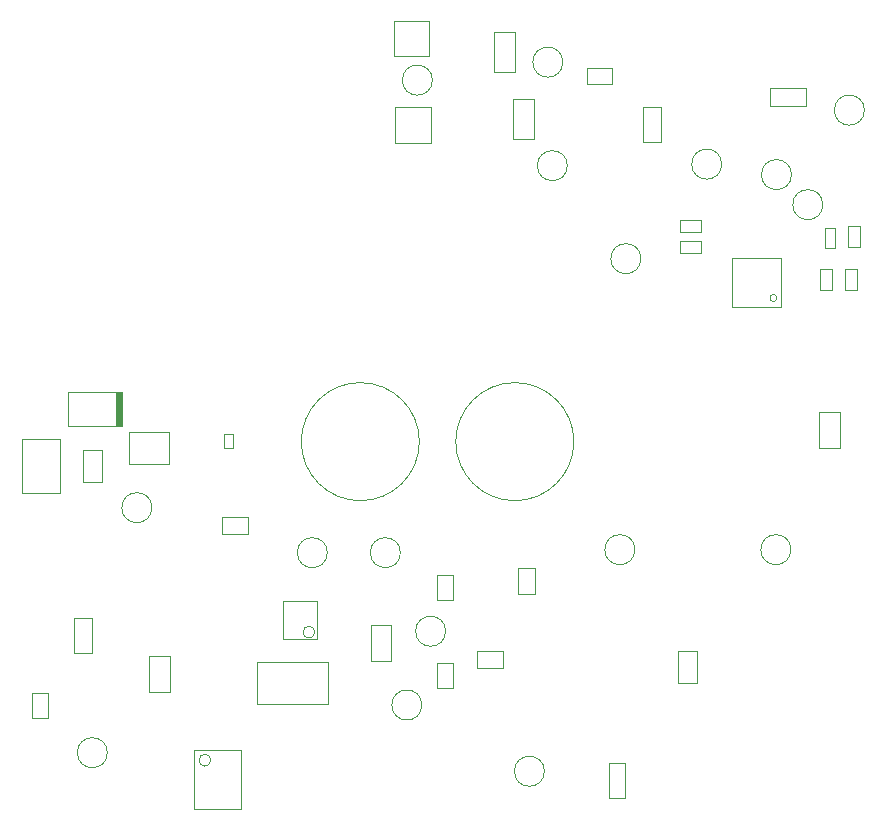
<source format=gbr>
%TF.GenerationSoftware,Altium Limited,Altium Designer,20.0.11 (256)*%
G04 Layer_Color=16711935*
%FSLAX26Y26*%
%MOIN*%
%TF.FileFunction,Other,Mechanical_13*%
%TF.Part,Single*%
G01*
G75*
%TA.AperFunction,NonConductor*%
%ADD111C,0.003937*%
%ADD165R,0.024358X0.114961*%
D111*
X957268Y1066535D02*
G03*
X957268Y1066535I-929J0D01*
G01*
X826378Y317992D02*
G03*
X826378Y317992I-19685J0D01*
G01*
X2713898Y1858819D02*
G03*
X2713898Y1858819I-11811J0D01*
G01*
X2036850Y1380000D02*
G03*
X2036850Y1380000I-196850J0D01*
G01*
X2240000Y1020000D02*
G03*
X2240000Y1020000I-50000J0D01*
G01*
X1609252Y748000D02*
G03*
X1609252Y748000I-50000J0D01*
G01*
X1214803Y1010000D02*
G03*
X1214803Y1010000I-50000J0D01*
G01*
X1565000Y2585000D02*
G03*
X1565000Y2585000I-50000J0D01*
G01*
X2762000Y2270000D02*
G03*
X2762000Y2270000I-50000J0D01*
G01*
X481604Y343197D02*
G03*
X481604Y343197I-50000J0D01*
G01*
X1458465Y1010000D02*
G03*
X1458465Y1010000I-50000J0D01*
G01*
X3005000Y2485000D02*
G03*
X3005000Y2485000I-50000J0D01*
G01*
X2015000Y2300000D02*
G03*
X2015000Y2300000I-50000J0D01*
G01*
X2000000Y2645000D02*
G03*
X2000000Y2645000I-50000J0D01*
G01*
X1173150Y745000D02*
G03*
X1173150Y745000I-19685J0D01*
G01*
X1521850Y1380000D02*
G03*
X1521850Y1380000I-196850J0D01*
G01*
X2529571Y2305000D02*
G03*
X2529571Y2305000I-50000J0D01*
G01*
X2260000Y1990000D02*
G03*
X2260000Y1990000I-50000J0D01*
G01*
X630000Y1160000D02*
G03*
X630000Y1160000I-50000J0D01*
G01*
X2866535Y2170000D02*
G03*
X2866535Y2170000I-50000J0D01*
G01*
X2760000Y1020000D02*
G03*
X2760000Y1020000I-50000J0D01*
G01*
X1530000Y502165D02*
G03*
X1530000Y502165I-50000J0D01*
G01*
X1938500Y281299D02*
G03*
X1938500Y281299I-50000J0D01*
G01*
X951472Y1072441D02*
Y1127559D01*
X864858D02*
X951472D01*
X864858Y1072441D02*
X951472D01*
X864858D02*
Y1127559D01*
X1218110Y506102D02*
Y643898D01*
X981890D02*
X1218110D01*
X981890Y506102D02*
Y643898D01*
Y506102D02*
X1218110D01*
X686929Y1306850D02*
Y1413150D01*
X553071Y1306850D02*
Y1413150D01*
Y1306850D02*
X686929D01*
X553071Y1413150D02*
X686929D01*
X1559055Y2375945D02*
Y2494055D01*
X1440945D02*
X1559055D01*
X1440945Y2375945D02*
X1559055D01*
X1440945D02*
Y2494055D01*
X928740Y156575D02*
Y353425D01*
X771260D02*
X928740D01*
X771260Y156575D02*
X928740D01*
X771260D02*
Y353425D01*
X2726693Y1828307D02*
Y1991693D01*
X2563307D02*
X2726693D01*
X2563307Y1828307D02*
X2726693D01*
X2563307D02*
Y1991693D01*
X1849921Y871693D02*
X1907008D01*
Y958307D01*
X1849921Y871693D02*
Y958307D01*
X1907008D01*
X2164532Y2573425D02*
Y2626575D01*
X2081855D02*
X2164532D01*
X2081855Y2573425D02*
X2164532D01*
X2081855D02*
Y2626575D01*
X2872284Y2092343D02*
X2907717D01*
Y2025414D02*
Y2092343D01*
X2872284Y2025414D02*
Y2092343D01*
Y2025414D02*
X2907717D01*
X2460433Y2010315D02*
Y2049685D01*
X2389567D02*
X2460433D01*
X2389567Y2010315D02*
Y2049685D01*
Y2010315D02*
X2460433D01*
X2460433Y2080315D02*
Y2119685D01*
X2389567D02*
X2460433D01*
X2389567Y2080315D02*
Y2119685D01*
Y2080315D02*
X2460433D01*
X2809055Y2500472D02*
Y2559528D01*
X2690945D02*
X2809055D01*
X2690945Y2500472D02*
X2809055D01*
X2690945D02*
Y2559528D01*
X900748Y1357500D02*
Y1404744D01*
X869252D02*
X900748D01*
X869252Y1357500D02*
X900748D01*
X869252D02*
Y1404744D01*
X464496Y1246047D02*
Y1351953D01*
X401504D02*
X464496D01*
X401504Y1246047D02*
X464496D01*
X401504D02*
Y1351953D01*
X2383780Y683150D02*
X2446772D01*
Y576850D02*
Y683150D01*
X2383780Y576850D02*
X2446772D01*
X2383780D02*
Y683150D01*
X323779Y1210433D02*
Y1389567D01*
X196220D02*
X323779D01*
X196220Y1210433D02*
X323779D01*
X196220D02*
Y1389567D01*
X2152441Y309055D02*
X2207559D01*
Y190945D02*
Y309055D01*
X2152441Y190945D02*
X2207559D01*
X2152441D02*
Y309055D01*
X351024Y1431260D02*
X532126D01*
X351024D02*
Y1546220D01*
X532126Y1431260D02*
Y1546220D01*
X351024D02*
X532126D01*
X1180551Y722008D02*
Y847992D01*
X1066378D02*
X1180551D01*
X1066378Y722008D02*
X1180551D01*
X1066378D02*
Y847992D01*
X689449Y544961D02*
Y665039D01*
X620551D02*
X689449D01*
X620551Y544961D02*
X689449D01*
X620551D02*
Y665039D01*
X1905433Y2388071D02*
Y2521929D01*
X1834567D02*
X1905433D01*
X1834567Y2388071D02*
X1905433D01*
X1834567D02*
Y2521929D01*
X2898185Y1884409D02*
Y1955276D01*
X2858815Y1884409D02*
Y1955276D01*
Y1884409D02*
X2898185D01*
X2858815Y1955276D02*
X2898185D01*
X1581890Y558661D02*
X1635039D01*
Y641339D01*
X1581890D02*
X1635039D01*
X1581890Y558661D02*
Y641339D01*
X1801772Y626457D02*
Y683543D01*
X1715158D02*
X1801772D01*
X1715158Y626457D02*
Y683543D01*
Y626457D02*
X1801772D01*
X1581890Y853661D02*
X1635039D01*
Y936339D01*
X1581890D02*
X1635039D01*
X1581890Y853661D02*
Y936339D01*
X2327284Y2378347D02*
Y2496457D01*
X2268228D02*
X2327284D01*
X2268228Y2378347D02*
X2327284D01*
X2268228D02*
Y2496457D01*
X1427914Y649961D02*
Y770039D01*
X1359016D02*
X1427914D01*
X1359016Y649961D02*
X1427914D01*
X1359016D02*
Y770039D01*
X2989685Y2029567D02*
Y2100433D01*
X2950315Y2029567D02*
Y2100433D01*
Y2029567D02*
X2989685D01*
X2950315Y2100433D02*
X2989685D01*
X2924449Y1359961D02*
Y1480039D01*
X2855551D02*
X2924449D01*
X2855551Y1359961D02*
X2924449D01*
X2855551D02*
Y1480039D01*
X2940315Y1955433D02*
X2979685D01*
Y1884567D02*
Y1955433D01*
X2940315Y1884567D02*
Y1955433D01*
Y1884567D02*
X2979685D01*
X1840433Y2613071D02*
Y2746929D01*
X1769567D02*
X1840433D01*
X1769567Y2613071D02*
X1840433D01*
X1769567D02*
Y2746929D01*
X231024Y458661D02*
X284173D01*
Y541339D01*
X231024D02*
X284173D01*
X231024Y458661D02*
Y541339D01*
X429528Y675668D02*
Y793778D01*
X370472D02*
X429528D01*
X370472Y675668D02*
X429528D01*
X370472D02*
Y793778D01*
X1554370Y2665445D02*
Y2783555D01*
X1436260D02*
X1554370D01*
X1436260Y2665445D02*
X1554370D01*
X1436260D02*
Y2783555D01*
D165*
X519947Y1488740D02*
D03*
%TF.MD5,9071febfe7d4447c702d42edb9b46dfb*%
M02*

</source>
